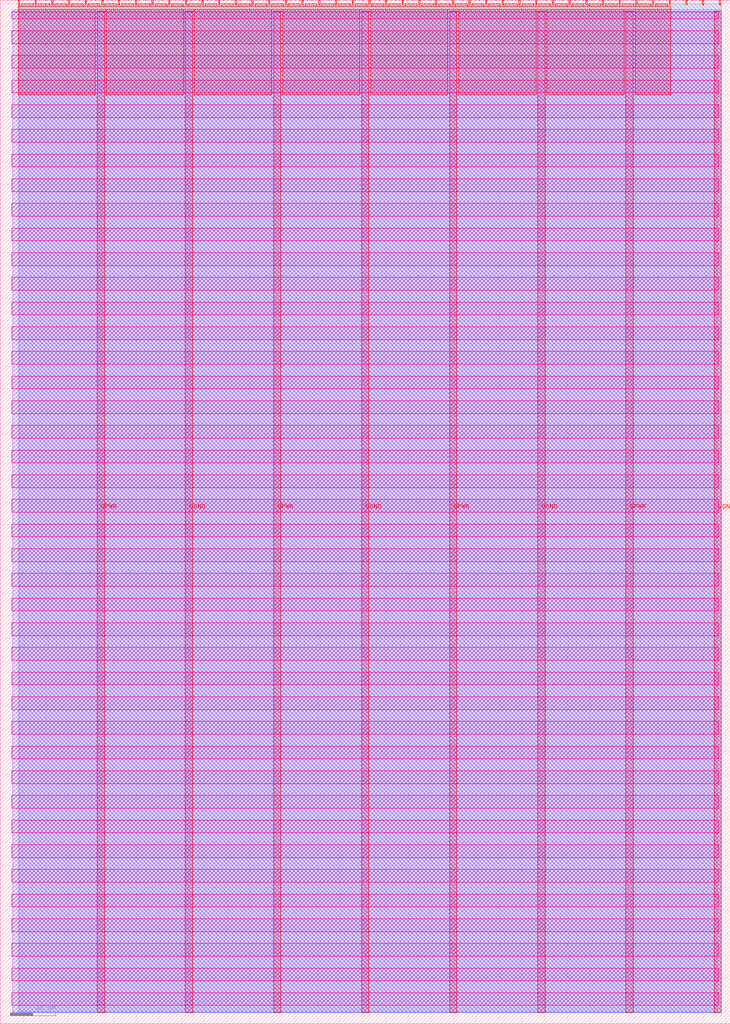
<source format=lef>
VERSION 5.7 ;
  NOWIREEXTENSIONATPIN ON ;
  DIVIDERCHAR "/" ;
  BUSBITCHARS "[]" ;
MACRO tt_um_8bitadder
  CLASS BLOCK ;
  FOREIGN tt_um_8bitadder ;
  ORIGIN 0.000 0.000 ;
  SIZE 161.000 BY 225.760 ;
  PIN VGND
    DIRECTION INOUT ;
    USE GROUND ;
    PORT
      LAYER met4 ;
        RECT 40.830 2.480 42.430 223.280 ;
    END
    PORT
      LAYER met4 ;
        RECT 79.700 2.480 81.300 223.280 ;
    END
    PORT
      LAYER met4 ;
        RECT 118.570 2.480 120.170 223.280 ;
    END
    PORT
      LAYER met4 ;
        RECT 157.440 2.480 159.040 223.280 ;
    END
  END VGND
  PIN VPWR
    DIRECTION INOUT ;
    USE POWER ;
    PORT
      LAYER met4 ;
        RECT 21.395 2.480 22.995 223.280 ;
    END
    PORT
      LAYER met4 ;
        RECT 60.265 2.480 61.865 223.280 ;
    END
    PORT
      LAYER met4 ;
        RECT 99.135 2.480 100.735 223.280 ;
    END
    PORT
      LAYER met4 ;
        RECT 138.005 2.480 139.605 223.280 ;
    END
  END VPWR
  PIN clk
    DIRECTION INPUT ;
    USE SIGNAL ;
    PORT
      LAYER met4 ;
        RECT 154.870 224.760 155.170 225.760 ;
    END
  END clk
  PIN ena
    DIRECTION INPUT ;
    USE SIGNAL ;
    PORT
      LAYER met4 ;
        RECT 158.550 224.760 158.850 225.760 ;
    END
  END ena
  PIN rst_n
    DIRECTION INPUT ;
    USE SIGNAL ;
    PORT
      LAYER met4 ;
        RECT 151.190 224.760 151.490 225.760 ;
    END
  END rst_n
  PIN ui_in[0]
    DIRECTION INPUT ;
    USE SIGNAL ;
    ANTENNAGATEAREA 0.196500 ;
    PORT
      LAYER met4 ;
        RECT 147.510 224.760 147.810 225.760 ;
    END
  END ui_in[0]
  PIN ui_in[1]
    DIRECTION INPUT ;
    USE SIGNAL ;
    ANTENNAGATEAREA 0.196500 ;
    PORT
      LAYER met4 ;
        RECT 143.830 224.760 144.130 225.760 ;
    END
  END ui_in[1]
  PIN ui_in[2]
    DIRECTION INPUT ;
    USE SIGNAL ;
    ANTENNAGATEAREA 0.196500 ;
    PORT
      LAYER met4 ;
        RECT 140.150 224.760 140.450 225.760 ;
    END
  END ui_in[2]
  PIN ui_in[3]
    DIRECTION INPUT ;
    USE SIGNAL ;
    ANTENNAGATEAREA 0.196500 ;
    PORT
      LAYER met4 ;
        RECT 136.470 224.760 136.770 225.760 ;
    END
  END ui_in[3]
  PIN ui_in[4]
    DIRECTION INPUT ;
    USE SIGNAL ;
    ANTENNAGATEAREA 0.196500 ;
    PORT
      LAYER met4 ;
        RECT 132.790 224.760 133.090 225.760 ;
    END
  END ui_in[4]
  PIN ui_in[5]
    DIRECTION INPUT ;
    USE SIGNAL ;
    ANTENNAGATEAREA 0.196500 ;
    PORT
      LAYER met4 ;
        RECT 129.110 224.760 129.410 225.760 ;
    END
  END ui_in[5]
  PIN ui_in[6]
    DIRECTION INPUT ;
    USE SIGNAL ;
    ANTENNAGATEAREA 0.196500 ;
    PORT
      LAYER met4 ;
        RECT 125.430 224.760 125.730 225.760 ;
    END
  END ui_in[6]
  PIN ui_in[7]
    DIRECTION INPUT ;
    USE SIGNAL ;
    ANTENNAGATEAREA 0.196500 ;
    PORT
      LAYER met4 ;
        RECT 121.750 224.760 122.050 225.760 ;
    END
  END ui_in[7]
  PIN uio_in[0]
    DIRECTION INPUT ;
    USE SIGNAL ;
    ANTENNAGATEAREA 0.196500 ;
    PORT
      LAYER met4 ;
        RECT 118.070 224.760 118.370 225.760 ;
    END
  END uio_in[0]
  PIN uio_in[1]
    DIRECTION INPUT ;
    USE SIGNAL ;
    ANTENNAGATEAREA 0.196500 ;
    PORT
      LAYER met4 ;
        RECT 114.390 224.760 114.690 225.760 ;
    END
  END uio_in[1]
  PIN uio_in[2]
    DIRECTION INPUT ;
    USE SIGNAL ;
    ANTENNAGATEAREA 0.196500 ;
    PORT
      LAYER met4 ;
        RECT 110.710 224.760 111.010 225.760 ;
    END
  END uio_in[2]
  PIN uio_in[3]
    DIRECTION INPUT ;
    USE SIGNAL ;
    ANTENNAGATEAREA 0.196500 ;
    PORT
      LAYER met4 ;
        RECT 107.030 224.760 107.330 225.760 ;
    END
  END uio_in[3]
  PIN uio_in[4]
    DIRECTION INPUT ;
    USE SIGNAL ;
    ANTENNAGATEAREA 0.196500 ;
    PORT
      LAYER met4 ;
        RECT 103.350 224.760 103.650 225.760 ;
    END
  END uio_in[4]
  PIN uio_in[5]
    DIRECTION INPUT ;
    USE SIGNAL ;
    ANTENNAGATEAREA 0.196500 ;
    PORT
      LAYER met4 ;
        RECT 99.670 224.760 99.970 225.760 ;
    END
  END uio_in[5]
  PIN uio_in[6]
    DIRECTION INPUT ;
    USE SIGNAL ;
    ANTENNAGATEAREA 0.196500 ;
    PORT
      LAYER met4 ;
        RECT 95.990 224.760 96.290 225.760 ;
    END
  END uio_in[6]
  PIN uio_in[7]
    DIRECTION INPUT ;
    USE SIGNAL ;
    ANTENNAGATEAREA 0.196500 ;
    PORT
      LAYER met4 ;
        RECT 92.310 224.760 92.610 225.760 ;
    END
  END uio_in[7]
  PIN uio_oe[0]
    DIRECTION OUTPUT TRISTATE ;
    USE SIGNAL ;
    PORT
      LAYER met4 ;
        RECT 29.750 224.760 30.050 225.760 ;
    END
  END uio_oe[0]
  PIN uio_oe[1]
    DIRECTION OUTPUT TRISTATE ;
    USE SIGNAL ;
    PORT
      LAYER met4 ;
        RECT 26.070 224.760 26.370 225.760 ;
    END
  END uio_oe[1]
  PIN uio_oe[2]
    DIRECTION OUTPUT TRISTATE ;
    USE SIGNAL ;
    PORT
      LAYER met4 ;
        RECT 22.390 224.760 22.690 225.760 ;
    END
  END uio_oe[2]
  PIN uio_oe[3]
    DIRECTION OUTPUT TRISTATE ;
    USE SIGNAL ;
    PORT
      LAYER met4 ;
        RECT 18.710 224.760 19.010 225.760 ;
    END
  END uio_oe[3]
  PIN uio_oe[4]
    DIRECTION OUTPUT TRISTATE ;
    USE SIGNAL ;
    PORT
      LAYER met4 ;
        RECT 15.030 224.760 15.330 225.760 ;
    END
  END uio_oe[4]
  PIN uio_oe[5]
    DIRECTION OUTPUT TRISTATE ;
    USE SIGNAL ;
    PORT
      LAYER met4 ;
        RECT 11.350 224.760 11.650 225.760 ;
    END
  END uio_oe[5]
  PIN uio_oe[6]
    DIRECTION OUTPUT TRISTATE ;
    USE SIGNAL ;
    PORT
      LAYER met4 ;
        RECT 7.670 224.760 7.970 225.760 ;
    END
  END uio_oe[6]
  PIN uio_oe[7]
    DIRECTION OUTPUT TRISTATE ;
    USE SIGNAL ;
    PORT
      LAYER met4 ;
        RECT 3.990 224.760 4.290 225.760 ;
    END
  END uio_oe[7]
  PIN uio_out[0]
    DIRECTION OUTPUT TRISTATE ;
    USE SIGNAL ;
    PORT
      LAYER met4 ;
        RECT 59.190 224.760 59.490 225.760 ;
    END
  END uio_out[0]
  PIN uio_out[1]
    DIRECTION OUTPUT TRISTATE ;
    USE SIGNAL ;
    PORT
      LAYER met4 ;
        RECT 55.510 224.760 55.810 225.760 ;
    END
  END uio_out[1]
  PIN uio_out[2]
    DIRECTION OUTPUT TRISTATE ;
    USE SIGNAL ;
    PORT
      LAYER met4 ;
        RECT 51.830 224.760 52.130 225.760 ;
    END
  END uio_out[2]
  PIN uio_out[3]
    DIRECTION OUTPUT TRISTATE ;
    USE SIGNAL ;
    PORT
      LAYER met4 ;
        RECT 48.150 224.760 48.450 225.760 ;
    END
  END uio_out[3]
  PIN uio_out[4]
    DIRECTION OUTPUT TRISTATE ;
    USE SIGNAL ;
    PORT
      LAYER met4 ;
        RECT 44.470 224.760 44.770 225.760 ;
    END
  END uio_out[4]
  PIN uio_out[5]
    DIRECTION OUTPUT TRISTATE ;
    USE SIGNAL ;
    PORT
      LAYER met4 ;
        RECT 40.790 224.760 41.090 225.760 ;
    END
  END uio_out[5]
  PIN uio_out[6]
    DIRECTION OUTPUT TRISTATE ;
    USE SIGNAL ;
    PORT
      LAYER met4 ;
        RECT 37.110 224.760 37.410 225.760 ;
    END
  END uio_out[6]
  PIN uio_out[7]
    DIRECTION OUTPUT TRISTATE ;
    USE SIGNAL ;
    PORT
      LAYER met4 ;
        RECT 33.430 224.760 33.730 225.760 ;
    END
  END uio_out[7]
  PIN uo_out[0]
    DIRECTION OUTPUT TRISTATE ;
    USE SIGNAL ;
    ANTENNADIFFAREA 0.795200 ;
    PORT
      LAYER met4 ;
        RECT 88.630 224.760 88.930 225.760 ;
    END
  END uo_out[0]
  PIN uo_out[1]
    DIRECTION OUTPUT TRISTATE ;
    USE SIGNAL ;
    ANTENNADIFFAREA 0.795200 ;
    PORT
      LAYER met4 ;
        RECT 84.950 224.760 85.250 225.760 ;
    END
  END uo_out[1]
  PIN uo_out[2]
    DIRECTION OUTPUT TRISTATE ;
    USE SIGNAL ;
    ANTENNADIFFAREA 0.445500 ;
    PORT
      LAYER met4 ;
        RECT 81.270 224.760 81.570 225.760 ;
    END
  END uo_out[2]
  PIN uo_out[3]
    DIRECTION OUTPUT TRISTATE ;
    USE SIGNAL ;
    ANTENNADIFFAREA 0.445500 ;
    PORT
      LAYER met4 ;
        RECT 77.590 224.760 77.890 225.760 ;
    END
  END uo_out[3]
  PIN uo_out[4]
    DIRECTION OUTPUT TRISTATE ;
    USE SIGNAL ;
    ANTENNADIFFAREA 0.445500 ;
    PORT
      LAYER met4 ;
        RECT 73.910 224.760 74.210 225.760 ;
    END
  END uo_out[4]
  PIN uo_out[5]
    DIRECTION OUTPUT TRISTATE ;
    USE SIGNAL ;
    ANTENNADIFFAREA 0.445500 ;
    PORT
      LAYER met4 ;
        RECT 70.230 224.760 70.530 225.760 ;
    END
  END uo_out[5]
  PIN uo_out[6]
    DIRECTION OUTPUT TRISTATE ;
    USE SIGNAL ;
    ANTENNADIFFAREA 0.795200 ;
    PORT
      LAYER met4 ;
        RECT 66.550 224.760 66.850 225.760 ;
    END
  END uo_out[6]
  PIN uo_out[7]
    DIRECTION OUTPUT TRISTATE ;
    USE SIGNAL ;
    ANTENNADIFFAREA 0.445500 ;
    PORT
      LAYER met4 ;
        RECT 62.870 224.760 63.170 225.760 ;
    END
  END uo_out[7]
  OBS
      LAYER nwell ;
        RECT 2.570 221.625 158.430 223.230 ;
        RECT 2.570 216.185 158.430 219.015 ;
        RECT 2.570 210.745 158.430 213.575 ;
        RECT 2.570 205.305 158.430 208.135 ;
        RECT 2.570 199.865 158.430 202.695 ;
        RECT 2.570 194.425 158.430 197.255 ;
        RECT 2.570 188.985 158.430 191.815 ;
        RECT 2.570 183.545 158.430 186.375 ;
        RECT 2.570 178.105 158.430 180.935 ;
        RECT 2.570 172.665 158.430 175.495 ;
        RECT 2.570 167.225 158.430 170.055 ;
        RECT 2.570 161.785 158.430 164.615 ;
        RECT 2.570 156.345 158.430 159.175 ;
        RECT 2.570 150.905 158.430 153.735 ;
        RECT 2.570 145.465 158.430 148.295 ;
        RECT 2.570 140.025 158.430 142.855 ;
        RECT 2.570 134.585 158.430 137.415 ;
        RECT 2.570 129.145 158.430 131.975 ;
        RECT 2.570 123.705 158.430 126.535 ;
        RECT 2.570 118.265 158.430 121.095 ;
        RECT 2.570 112.825 158.430 115.655 ;
        RECT 2.570 107.385 158.430 110.215 ;
        RECT 2.570 101.945 158.430 104.775 ;
        RECT 2.570 96.505 158.430 99.335 ;
        RECT 2.570 91.065 158.430 93.895 ;
        RECT 2.570 85.625 158.430 88.455 ;
        RECT 2.570 80.185 158.430 83.015 ;
        RECT 2.570 74.745 158.430 77.575 ;
        RECT 2.570 69.305 158.430 72.135 ;
        RECT 2.570 63.865 158.430 66.695 ;
        RECT 2.570 58.425 158.430 61.255 ;
        RECT 2.570 52.985 158.430 55.815 ;
        RECT 2.570 47.545 158.430 50.375 ;
        RECT 2.570 42.105 158.430 44.935 ;
        RECT 2.570 36.665 158.430 39.495 ;
        RECT 2.570 31.225 158.430 34.055 ;
        RECT 2.570 25.785 158.430 28.615 ;
        RECT 2.570 20.345 158.430 23.175 ;
        RECT 2.570 14.905 158.430 17.735 ;
        RECT 2.570 9.465 158.430 12.295 ;
        RECT 2.570 4.025 158.430 6.855 ;
      LAYER li1 ;
        RECT 2.760 2.635 158.240 223.125 ;
      LAYER met1 ;
        RECT 2.760 2.480 159.040 223.680 ;
      LAYER met2 ;
        RECT 4.230 2.535 159.010 224.925 ;
      LAYER met3 ;
        RECT 3.950 2.555 159.030 224.905 ;
      LAYER met4 ;
        RECT 4.690 224.360 7.270 224.905 ;
        RECT 8.370 224.360 10.950 224.905 ;
        RECT 12.050 224.360 14.630 224.905 ;
        RECT 15.730 224.360 18.310 224.905 ;
        RECT 19.410 224.360 21.990 224.905 ;
        RECT 23.090 224.360 25.670 224.905 ;
        RECT 26.770 224.360 29.350 224.905 ;
        RECT 30.450 224.360 33.030 224.905 ;
        RECT 34.130 224.360 36.710 224.905 ;
        RECT 37.810 224.360 40.390 224.905 ;
        RECT 41.490 224.360 44.070 224.905 ;
        RECT 45.170 224.360 47.750 224.905 ;
        RECT 48.850 224.360 51.430 224.905 ;
        RECT 52.530 224.360 55.110 224.905 ;
        RECT 56.210 224.360 58.790 224.905 ;
        RECT 59.890 224.360 62.470 224.905 ;
        RECT 63.570 224.360 66.150 224.905 ;
        RECT 67.250 224.360 69.830 224.905 ;
        RECT 70.930 224.360 73.510 224.905 ;
        RECT 74.610 224.360 77.190 224.905 ;
        RECT 78.290 224.360 80.870 224.905 ;
        RECT 81.970 224.360 84.550 224.905 ;
        RECT 85.650 224.360 88.230 224.905 ;
        RECT 89.330 224.360 91.910 224.905 ;
        RECT 93.010 224.360 95.590 224.905 ;
        RECT 96.690 224.360 99.270 224.905 ;
        RECT 100.370 224.360 102.950 224.905 ;
        RECT 104.050 224.360 106.630 224.905 ;
        RECT 107.730 224.360 110.310 224.905 ;
        RECT 111.410 224.360 113.990 224.905 ;
        RECT 115.090 224.360 117.670 224.905 ;
        RECT 118.770 224.360 121.350 224.905 ;
        RECT 122.450 224.360 125.030 224.905 ;
        RECT 126.130 224.360 128.710 224.905 ;
        RECT 129.810 224.360 132.390 224.905 ;
        RECT 133.490 224.360 136.070 224.905 ;
        RECT 137.170 224.360 139.750 224.905 ;
        RECT 140.850 224.360 143.430 224.905 ;
        RECT 144.530 224.360 147.110 224.905 ;
        RECT 3.975 223.680 147.825 224.360 ;
        RECT 3.975 204.855 20.995 223.680 ;
        RECT 23.395 204.855 40.430 223.680 ;
        RECT 42.830 204.855 59.865 223.680 ;
        RECT 62.265 204.855 79.300 223.680 ;
        RECT 81.700 204.855 98.735 223.680 ;
        RECT 101.135 204.855 118.170 223.680 ;
        RECT 120.570 204.855 137.605 223.680 ;
        RECT 140.005 204.855 147.825 223.680 ;
  END
END tt_um_8bitadder
END LIBRARY


</source>
